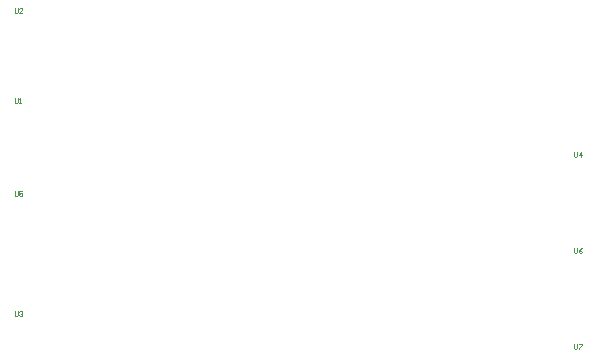
<source format=gbr>
%TF.GenerationSoftware,Altium Limited,Altium Designer,21.7.1 (17)*%
G04 Layer_Color=16711935*
%FSLAX26Y26*%
%MOIN*%
%TF.SameCoordinates,27FB9546-20EE-4E74-96E1-B46C9306E405*%
%TF.FilePolarity,Positive*%
%TF.FileFunction,Other,Mechanical_1*%
%TF.Part,Single*%
G01*
G75*
%TA.AperFunction,NonConductor*%
%ADD66C,0.002362*%
D66*
X765000Y870743D02*
Y857624D01*
X767624Y855000D01*
X772871D01*
X775495Y857624D01*
Y870743D01*
X791238D02*
X780743D01*
Y862871D01*
X785990Y865495D01*
X788614D01*
X791238Y862871D01*
Y857624D01*
X788614Y855000D01*
X783367D01*
X780743Y857624D01*
X2630000Y680743D02*
Y667624D01*
X2632624Y665000D01*
X2637872D01*
X2640495Y667624D01*
Y680743D01*
X2656238D02*
X2650990Y678119D01*
X2645743Y672871D01*
Y667624D01*
X2648367Y665000D01*
X2653614D01*
X2656238Y667624D01*
Y670248D01*
X2653614Y672871D01*
X2645743D01*
X2630000Y360743D02*
Y347624D01*
X2632624Y345000D01*
X2637872D01*
X2640495Y347624D01*
Y360743D01*
X2645743D02*
X2656238D01*
Y358119D01*
X2645743Y347624D01*
Y345000D01*
X2630000Y1000743D02*
Y987624D01*
X2632624Y985000D01*
X2637872D01*
X2640495Y987624D01*
Y1000743D01*
X2653614Y985000D02*
Y1000743D01*
X2645743Y992871D01*
X2656238D01*
X765000Y1180743D02*
Y1167624D01*
X767624Y1165000D01*
X772871D01*
X775495Y1167624D01*
Y1180743D01*
X780743Y1165000D02*
X785990D01*
X783367D01*
Y1180743D01*
X780743Y1178119D01*
X765000Y470743D02*
Y457624D01*
X767624Y455000D01*
X772871D01*
X775495Y457624D01*
Y470743D01*
X780743Y468119D02*
X783367Y470743D01*
X788614D01*
X791238Y468119D01*
Y465495D01*
X788614Y462872D01*
X785990D01*
X788614D01*
X791238Y460248D01*
Y457624D01*
X788614Y455000D01*
X783367D01*
X780743Y457624D01*
X765000Y1480743D02*
Y1467624D01*
X767624Y1465000D01*
X772871D01*
X775495Y1467624D01*
Y1480743D01*
X791238Y1465000D02*
X780743D01*
X791238Y1475495D01*
Y1478119D01*
X788614Y1480743D01*
X783367D01*
X780743Y1478119D01*
%TF.MD5,66f48c667eb5767410bf4d345972c170*%
M02*

</source>
